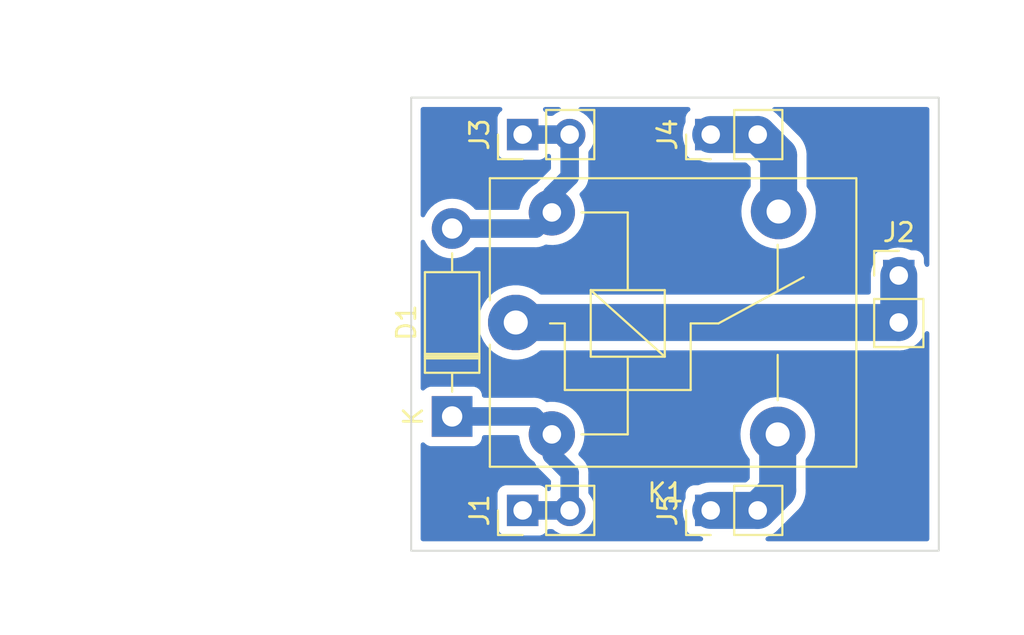
<source format=kicad_pcb>
(kicad_pcb (version 20211014) (generator pcbnew)
  (layers (0 "F.Cu" signal) (31 "B.Cu" signal) (34 "B.Paste" user) (35 "F.Paste" user) (36 "B.SilkS" user "B.Silkscreen") (37 "F.SilkS" user "F.Silkscreen") (38 "B.Mask" user) (39 "F.Mask" user) (44 "Edge.Cuts" user))
  (net 0 "")
  (net 1 "Net-(D1-Pad1)")
  (net 2 "Net-(D1-Pad2)")
  (net 3 "Net-(J2-Pad1)")
  (net 4 "Net-(J4-Pad1)")
  (net 5 "Net-(J5-Pad1)")
  (footprint "Connector_PinHeader_2.54mm:PinHeader_1x02_P2.54mm_Vertical" (layer "F.Cu") (at 170.18 83.82 90)
    (fp_text reference "J5" (at 0 -2.33 90) (layer "F.SilkS"))
    (fp_text value "Conn_01x02_Male")
    (fp_line (start 1.33 1.27) (end 1.33 3.87) (layer "F.SilkS") (width 0.12))
    (fp_line (start -1.33 3.87) (end 1.33 3.87) (layer "F.SilkS") (width 0.12))
    (fp_line (start -1.33 0) (end -1.33 -1.33) (layer "F.SilkS") (width 0.12))
    (fp_line (start -1.33 1.27) (end 1.33 1.27) (layer "F.SilkS") (width 0.12))
    (fp_line (start -1.33 -1.33) (end 0 -1.33) (layer "F.SilkS") (width 0.12))
    (fp_line (start -1.33 1.27) (end -1.33 3.87) (layer "F.SilkS") (width 0.12))
    (pad "1" thru_hole rect (at 0 0 90) (size 1.7 1.7) (drill 1) (layers *.Cu *.Mask) (net 5 "Net-(J5-Pad1)"))
    (pad "2" thru_hole oval (at 0 2.54 90) (size 1.7 1.7) (drill 1) (layers *.Cu *.Mask) (net 5 "Net-(J5-Pad1)"))
  )
  (footprint "Connector_PinHeader_2.54mm:PinHeader_1x02_P2.54mm_Vertical" (layer "F.Cu") (at 170.18 63.5 90)
    (fp_text reference "J4" (at 0 -2.33 90) (layer "F.SilkS"))
    (fp_text value "Conn_01x02_Male")
    (fp_line (start 1.33 1.27) (end 1.33 3.87) (layer "F.SilkS") (width 0.12))
    (fp_line (start -1.33 3.87) (end 1.33 3.87) (layer "F.SilkS") (width 0.12))
    (fp_line (start -1.33 1.27) (end -1.33 3.87) (layer "F.SilkS") (width 0.12))
    (fp_line (start -1.33 -1.33) (end 0 -1.33) (layer "F.SilkS") (width 0.12))
    (fp_line (start -1.33 1.27) (end 1.33 1.27) (layer "F.SilkS") (width 0.12))
    (fp_line (start -1.33 0) (end -1.33 -1.33) (layer "F.SilkS") (width 0.12))
    (pad "1" thru_hole rect (at 0 0 90) (size 1.7 1.7) (drill 1) (layers *.Cu *.Mask) (net 4 "Net-(J4-Pad1)"))
    (pad "2" thru_hole oval (at 0 2.54 90) (size 1.7 1.7) (drill 1) (layers *.Cu *.Mask) (net 4 "Net-(J4-Pad1)"))
  )
  (footprint "Connector_PinHeader_2.54mm:PinHeader_1x02_P2.54mm_Vertical" (layer "F.Cu") (at 160.02 83.82 90)
    (fp_text reference "J1" (at 0 -2.33 90) (layer "F.SilkS"))
    (fp_text value "Conn_01x02_Male")
    (fp_line (start -1.33 1.27) (end -1.33 3.87) (layer "F.SilkS") (width 0.12))
    (fp_line (start -1.33 -1.33) (end 0 -1.33) (layer "F.SilkS") (width 0.12))
    (fp_line (start -1.33 1.27) (end 1.33 1.27) (layer "F.SilkS") (width 0.12))
    (fp_line (start 1.33 1.27) (end 1.33 3.87) (layer "F.SilkS") (width 0.12))
    (fp_line (start -1.33 3.87) (end 1.33 3.87) (layer "F.SilkS") (width 0.12))
    (fp_line (start -1.33 0) (end -1.33 -1.33) (layer "F.SilkS") (width 0.12))
    (pad "1" thru_hole rect (at 0 0 90) (size 1.7 1.7) (drill 1) (layers *.Cu *.Mask) (net 1 "Net-(D1-Pad1)"))
    (pad "2" thru_hole oval (at 0 2.54 90) (size 1.7 1.7) (drill 1) (layers *.Cu *.Mask) (net 1 "Net-(D1-Pad1)"))
  )
  (footprint "Relay_THT:Relay_SPDT_SANYOU_SRD_Series_Form_C" (layer "F.Cu") (at 159.648 73.66)
    (fp_text reference "K1" (at 8.1 9.2) (layer "F.SilkS"))
    (fp_text value "SANYOU_SRD_Form_C")
    (fp_line (start 8.05 -1.75) (end 8.05 1.85) (layer "F.SilkS") (width 0.12))
    (fp_line (start 3.55 6.05) (end 6.05 6.05) (layer "F.SilkS") (width 0.12))
    (fp_line (start 8.05 1.85) (end 4.05 -1.75) (layer "F.SilkS") (width 0.12))
    (fp_line (start 4.05 1.85) (end 4.05 -1.75) (layer "F.SilkS") (width 0.12))
    (fp_line (start 4.05 -1.75) (end 8.05 -1.75) (layer "F.SilkS") (width 0.12))
    (fp_line (start -1.4 1.2) (end -1.4 7.8) (layer "F.SilkS") (width 0.12))
    (fp_line (start 6.05 1.85) (end 6.05 6.05) (layer "F.SilkS") (width 0.12))
    (fp_line (start -1.4 -7.8) (end -1.4 -1.2) (layer "F.SilkS") (width 0.12))
    (fp_line (start 6.05 -5.95) (end 3.55 -5.95) (layer "F.SilkS") (width 0.12))
    (fp_line (start 6.05 -5.95) (end 6.05 -1.75) (layer "F.SilkS") (width 0.12))
    (fp_line (start 2.65 0.05) (end 2.65 3.65) (layer "F.SilkS") (width 0.12))
    (fp_line (start 10.95 0.05) (end 15.55 -2.45) (layer "F.SilkS") (width 0.12))
    (fp_line (start -1.4 -7.8) (end 18.4 -7.8) (layer "F.SilkS") (width 0.12))
    (fp_line (start 9.45 0.05) (end 10.95 0.05) (layer "F.SilkS") (width 0.12))
    (fp_line (start 8.05 1.85) (end 4.05 1.85) (layer "F.SilkS") (width 0.12))
    (fp_line (start 9.45 3.65) (end 2.65 3.65) (layer "F.SilkS") (width 0.12))
    (fp_line (start 18.4 7.8) (end -1.4 7.8) (layer "F.SilkS") (width 0.12))
    (fp_line (start 18.4 -7.8) (end 18.4 7.8) (layer "F.SilkS") (width 0.12))
    (fp_line (start 9.45 0.05) (end 9.45 3.65) (layer "F.SilkS") (width 0.12))
    (fp_line (start 14.15 4.2) (end 14.15 1.75) (layer "F.SilkS") (width 0.12))
    (fp_line (start 14.15 -4.2) (end 14.15 -1.7) (layer "F.SilkS") (width 0.12))
    (fp_line (start 2.65 0.05) (end 1.85 0.05) (layer "F.SilkS") (width 0.12))
    (pad "1" thru_hole circle (at 0 0 90) (size 3 3) (drill 1.3) (layers *.Cu *.Mask) (net 3 "Net-(J2-Pad1)"))
    (pad "2" thru_hole circle (at 1.95 6.05 90) (size 2.5 2.5) (drill 1) (layers *.Cu *.Mask) (net 1 "Net-(D1-Pad1)"))
    (pad "3" thru_hole circle (at 14.15 6.05 90) (size 3 3) (drill 1.3) (layers *.Cu *.Mask) (net 5 "Net-(J5-Pad1)"))
    (pad "4" thru_hole circle (at 14.2 -6 90) (size 3 3) (drill 1.3) (layers *.Cu *.Mask) (net 4 "Net-(J4-Pad1)"))
    (pad "5" thru_hole circle (at 1.95 -5.95 90) (size 2.5 2.5) (drill 1) (layers *.Cu *.Mask) (net 2 "Net-(D1-Pad2)"))
  )
  (footprint "Connector_PinHeader_2.54mm:PinHeader_1x02_P2.54mm_Vertical" (layer "F.Cu") (at 180.34 71.12)
    (fp_text reference "J2" (at 0 -2.33) (layer "F.SilkS"))
    (fp_text value "Conn_01x02_Male")
    (fp_line (start -1.33 3.87) (end 1.33 3.87) (layer "F.SilkS") (width 0.12))
    (fp_line (start 1.33 1.27) (end 1.33 3.87) (layer "F.SilkS") (width 0.12))
    (fp_line (start -1.33 -1.33) (end 0 -1.33) (layer "F.SilkS") (width 0.12))
    (fp_line (start -1.33 1.27) (end 1.33 1.27) (layer "F.SilkS") (width 0.12))
    (fp_line (start -1.33 1.27) (end -1.33 3.87) (layer "F.SilkS") (width 0.12))
    (fp_line (start -1.33 0) (end -1.33 -1.33) (layer "F.SilkS") (width 0.12))
    (pad "1" thru_hole rect (at 0 0) (size 1.7 1.7) (drill 1) (layers *.Cu *.Mask) (net 3 "Net-(J2-Pad1)"))
    (pad "2" thru_hole oval (at 0 2.54) (size 1.7 1.7) (drill 1) (layers *.Cu *.Mask) (net 3 "Net-(J2-Pad1)"))
  )
  (footprint "Diode_THT:D_DO-41_SOD81_P10.16mm_Horizontal" (layer "F.Cu") (at 156.21 78.74 90)
    (fp_text reference "D1" (at 5.08 -2.47 90) (layer "F.SilkS"))
    (fp_text value "1N4007")
    (fp_text user "K" (at 0 -2.1 90) (layer "F.SilkS"))
    (fp_line (start 2.36 1.47) (end 7.8 1.47) (layer "F.SilkS") (width 0.12))
    (fp_line (start 7.8 -1.47) (end 2.36 -1.47) (layer "F.SilkS") (width 0.12))
    (fp_line (start 3.38 -1.47) (end 3.38 1.47) (layer "F.SilkS") (width 0.12))
    (fp_line (start 7.8 1.47) (end 7.8 -1.47) (layer "F.SilkS") (width 0.12))
    (fp_line (start 2.36 -1.47) (end 2.36 1.47) (layer "F.SilkS") (width 0.12))
    (fp_line (start 3.26 -1.47) (end 3.26 1.47) (layer "F.SilkS") (width 0.12))
    (fp_line (start 1.34 0) (end 2.36 0) (layer "F.SilkS") (width 0.12))
    (fp_line (start 3.14 -1.47) (end 3.14 1.47) (layer "F.SilkS") (width 0.12))
    (fp_line (start 8.82 0) (end 7.8 0) (layer "F.SilkS") (width 0.12))
    (pad "1" thru_hole rect (at 0 0 90) (size 2.2 2.2) (drill 1.1) (layers *.Cu *.Mask) (net 1 "Net-(D1-Pad1)"))
    (pad "2" thru_hole oval (at 10.16 0 90) (size 2.2 2.2) (drill 1.1) (layers *.Cu *.Mask) (net 2 "Net-(D1-Pad2)"))
  )
  (footprint "Connector_PinHeader_2.54mm:PinHeader_1x02_P2.54mm_Vertical" (layer "F.Cu") (at 160.02 63.5 90)
    (fp_text reference "J3" (at 0 -2.33 90) (layer "F.SilkS"))
    (fp_text value "Conn_01x02_Male")
    (fp_line (start -1.33 1.27) (end 1.33 1.27) (layer "F.SilkS") (width 0.12))
    (fp_line (start -1.33 -1.33) (end 0 -1.33) (layer "F.SilkS") (width 0.12))
    (fp_line (start -1.33 3.87) (end 1.33 3.87) (layer "F.SilkS") (width 0.12))
    (fp_line (start 1.33 1.27) (end 1.33 3.87) (layer "F.SilkS") (width 0.12))
    (fp_line (start -1.33 1.27) (end -1.33 3.87) (layer "F.SilkS") (width 0.12))
    (fp_line (start -1.33 0) (end -1.33 -1.33) (layer "F.SilkS") (width 0.12))
    (pad "1" thru_hole rect (at 0 0 90) (size 1.7 1.7) (drill 1) (layers *.Cu *.Mask) (net 2 "Net-(D1-Pad2)"))
    (pad "2" thru_hole oval (at 0 2.54 90) (size 1.7 1.7) (drill 1) (layers *.Cu *.Mask) (net 2 "Net-(D1-Pad2)"))
  )
  (gr_rect (start 154 61.5) (end 182.5 86) (layer "Edge.Cuts") (width 0.1) (fill none))
  (segment (start 161.598 79.71) (end 161.598 80.826) (width 1) (layer "B.Cu") (net 1))
  (segment (start 156.21 78.74) (end 160.628 78.74) (width 1) (layer "B.Cu") (net 1))
  (segment (start 160.628 78.74) (end 161.598 79.71) (width 1) (layer "B.Cu") (net 1))
  (segment (start 162.56 81.788) (end 162.56 83.82) (width 1) (layer "B.Cu") (net 1))
  (segment (start 162.56 83.82) (end 160.02 83.82) (width 1) (layer "B.Cu") (net 1))
  (segment (start 161.598 80.826) (end 162.56 81.788) (width 1) (layer "B.Cu") (net 1))
  (segment (start 161.598 66.748) (end 162.56 65.786) (width 1) (layer "B.Cu") (net 2))
  (segment (start 160.728 68.58) (end 161.598 67.71) (width 1) (layer "B.Cu") (net 2))
  (segment (start 162.56 63.5) (end 160.02 63.5) (width 1) (layer "B.Cu") (net 2))
  (segment (start 156.21 68.58) (end 160.728 68.58) (width 1) (layer "B.Cu") (net 2))
  (segment (start 161.598 67.71) (end 161.598 66.748) (width 1) (layer "B.Cu") (net 2))
  (segment (start 162.56 65.786) (end 162.56 63.5) (width 1) (layer "B.Cu") (net 2))
  (segment (start 180.34 73.66) (end 180.34 71.12) (width 2) (layer "B.Cu") (net 3))
  (segment (start 159.648 73.66) (end 180.34 73.66) (width 2) (layer "B.Cu") (net 3))
  (segment (start 173.848 64.628) (end 172.72 63.5) (width 2) (layer "B.Cu") (net 4))
  (segment (start 172.72 63.5) (end 170.18 63.5) (width 2) (layer "B.Cu") (net 4))
  (segment (start 173.848 67.66) (end 173.848 64.628) (width 2) (layer "B.Cu") (net 4))
  (segment (start 173.798 82.742) (end 172.72 83.82) (width 2) (layer "B.Cu") (net 5))
  (segment (start 173.798 79.71) (end 173.798 82.742) (width 2) (layer "B.Cu") (net 5))
  (segment (start 170.18 83.82) (end 172.72 83.82) (width 2) (layer "B.Cu") (net 5))
  (zone (net 0) (net_name "") (layer "B.Cu") (connect_pads (clearance 0.508)) (min_thickness 0.254) (fill yes (thermal_gap 0.508) (thermal_bridge_width 0.508))
    (polygon (pts (xy 182.5 86) (xy 154 86) (xy 154 61.5) (xy 182.5 61.5)))
  )
)
</source>
